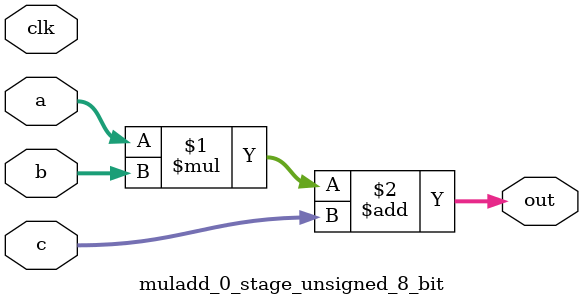
<source format=sv>
(* use_dsp = "yes" *) module muladd_0_stage_unsigned_8_bit(
	input  [7:0] a,
	input  [7:0] b,
	input  [7:0] c,
	output [7:0] out,
	input clk);

	assign out = (a * b) + c;
endmodule

</source>
